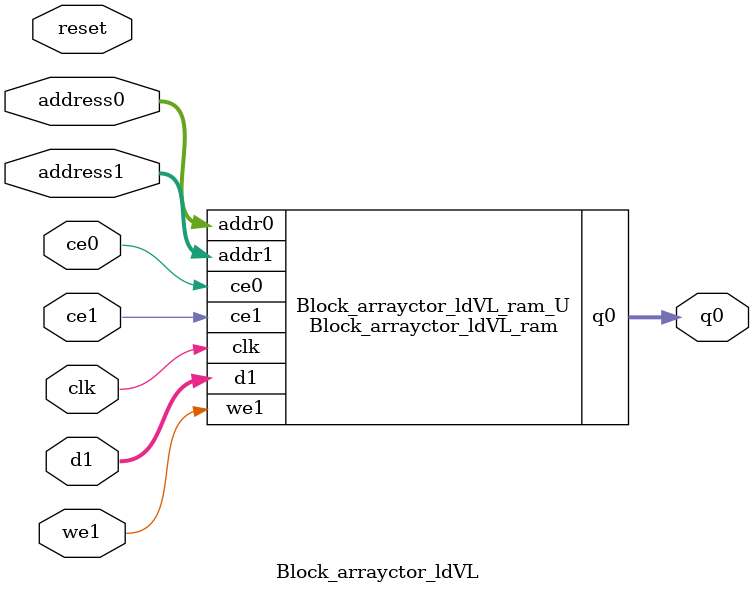
<source format=v>
`timescale 1 ns / 1 ps
module Block_arrayctor_ldVL_ram (addr0, ce0, q0, addr1, ce1, d1, we1,  clk);

parameter DWIDTH = 5;
parameter AWIDTH = 11;
parameter MEM_SIZE = 1408;

input[AWIDTH-1:0] addr0;
input ce0;
output reg[DWIDTH-1:0] q0;
input[AWIDTH-1:0] addr1;
input ce1;
input[DWIDTH-1:0] d1;
input we1;
input clk;

(* ram_style = "block" *)reg [DWIDTH-1:0] ram[0:MEM_SIZE-1];




always @(posedge clk)  
begin 
    if (ce0) begin
        q0 <= ram[addr0];
    end
end


always @(posedge clk)  
begin 
    if (ce1) begin
        if (we1) 
            ram[addr1] <= d1; 
    end
end


endmodule

`timescale 1 ns / 1 ps
module Block_arrayctor_ldVL(
    reset,
    clk,
    address0,
    ce0,
    q0,
    address1,
    ce1,
    we1,
    d1);

parameter DataWidth = 32'd5;
parameter AddressRange = 32'd1408;
parameter AddressWidth = 32'd11;
input reset;
input clk;
input[AddressWidth - 1:0] address0;
input ce0;
output[DataWidth - 1:0] q0;
input[AddressWidth - 1:0] address1;
input ce1;
input we1;
input[DataWidth - 1:0] d1;



Block_arrayctor_ldVL_ram Block_arrayctor_ldVL_ram_U(
    .clk( clk ),
    .addr0( address0 ),
    .ce0( ce0 ),
    .q0( q0 ),
    .addr1( address1 ),
    .ce1( ce1 ),
    .we1( we1 ),
    .d1( d1 ));

endmodule


</source>
